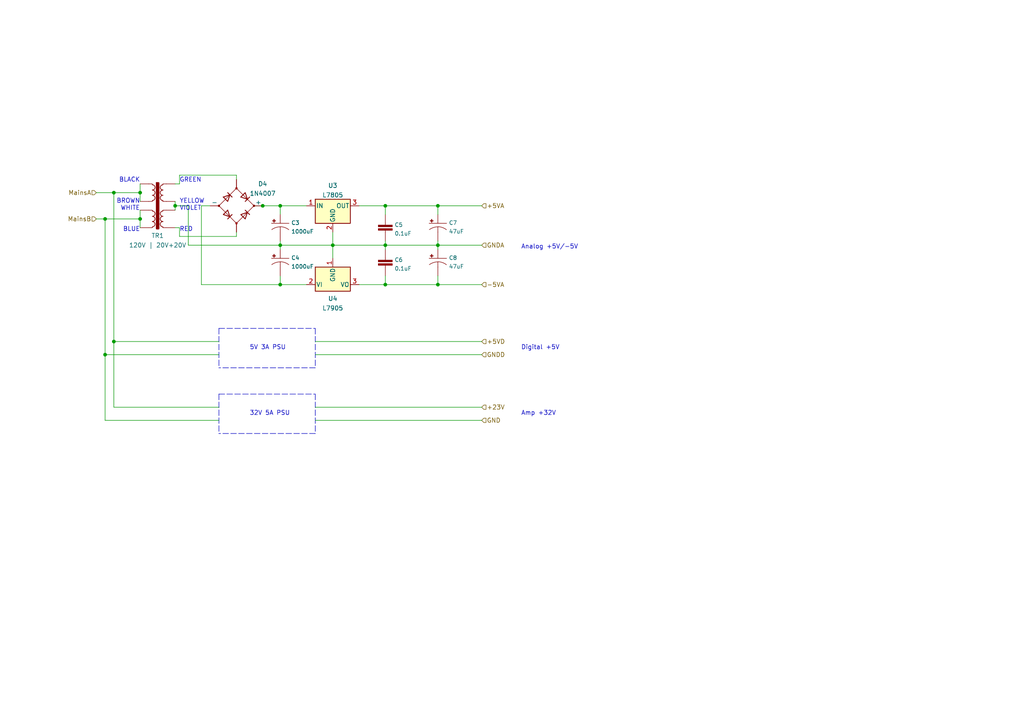
<source format=kicad_sch>
(kicad_sch (version 20211123) (generator eeschema)
  (paper "A4")
  (title_block (title "ModulAmp") (rev "1.0") (company "Paolo Marcucci"))
  (lib_symbols
    (symbol "0.1UF-0603-25V-5%_1" (pin_numbers hide) (pin_names (offset 1.016) hide)
      (property "Reference" "C" (at 1.524 2.921 0))
      (property "Value" "0.1UF-0603-25V-5%_1" (at 1.524 -2.159 0))
      (property "Field4" "CAP-08604" (at 0 7.62 0))
      (symbol "0.1UF-0603-25V-5%_1_1_0"
        (polyline (pts (xy 0 0) (xy 0 0.508)))
        (polyline (pts (xy 0 2.54) (xy 0 2.032)))
      )
      (symbol "0.1UF-0603-25V-5%_1_1_1"
        (rectangle (start -2.032 0.508) (end 2.032 1.016) (fill (type outline)))
        (rectangle (start -2.032 1.524) (end 2.032 2.032) (fill (type outline)))
        (pin passive line (at 0 5.08 270) (length 2.54) (name "1") (number "1"))
        (pin passive line (at 0 -2.54 90) (length 2.54) (name "2") (number "2"))
      )
    )
    (symbol "Device:D_Bridge_+-AA" (pin_numbers hide) (pin_names (offset 0))
      (property "Reference" "D" (at 2.54 6.985 0))
      (property "Value" "D_Bridge_+-AA" (at 2.54 5.08 0))
      (symbol "D_Bridge_+-AA_0_1"
        (circle (center -5.08 0) (radius 0.254) (fill (type outline)))
        (circle (center 0 -5.08) (radius 0.254) (fill (type outline)))
        (polyline (pts (xy -2.54 3.81) (xy -1.27 2.54)) (stroke (width 0.254)))
        (polyline (pts (xy -1.27 -2.54) (xy -2.54 -3.81)) (stroke (width 0.254)))
        (polyline (pts (xy 2.54 -1.27) (xy 3.81 -2.54)) (stroke (width 0.254)))
        (polyline (pts (xy 2.54 1.27) (xy 3.81 2.54)) (stroke (width 0.254)))
        (polyline (pts (xy -3.81 2.54) (xy -2.54 1.27) (xy -1.905 3.175) (xy -3.81 2.54)) (stroke (width 0.254)))
        (polyline (pts (xy -2.54 -1.27) (xy -3.81 -2.54) (xy -1.905 -3.175) (xy -2.54 -1.27)) (stroke (width 0.254)))
        (polyline (pts (xy 1.27 2.54) (xy 2.54 3.81) (xy 3.175 1.905) (xy 1.27 2.54)) (stroke (width 0.254)))
        (polyline (pts (xy 3.175 -1.905) (xy 1.27 -2.54) (xy 2.54 -3.81) (xy 3.175 -1.905)) (stroke (width 0.254)))
        (polyline (pts (xy -5.08 0) (xy 0 -5.08) (xy 5.08 0) (xy 0 5.08) (xy -5.08 0)))
        (circle (center 0 5.08) (radius 0.254) (fill (type outline)))
        (circle (center 5.08 0) (radius 0.254) (fill (type outline)))
      )
      (symbol "D_Bridge_+-AA_1_1"
        (pin passive line (at 7.62 0 180) (length 2.54) (name "+") (number "1"))
        (pin passive line (at -7.62 0 0) (length 2.54) (name "-") (number "2"))
        (pin passive line (at 0 7.62 270) (length 2.54) (name "~") (number "3"))
        (pin passive line (at 0 -7.62 90) (length 2.54) (name "~") (number "4"))
      )
    )
    (symbol "Regulator_Linear:L7805" (pin_names (offset 0.254))
      (property "Reference" "U" (at -3.81 3.175 0))
      (property "Value" "L7805" (at 0 3.175 0))
      (symbol "L7805_0_1"
        (rectangle (start -5.08 1.905) (end 5.08 -5.08) (stroke (width 0.254)) (fill (type background)))
      )
      (symbol "L7805_1_1"
        (pin power_in line (at -7.62 0 0) (length 2.54) (name "IN") (number "1"))
        (pin power_in line (at 0 -7.62 90) (length 2.54) (name "GND") (number "2"))
        (pin power_out line (at 7.62 0 180) (length 2.54) (name "OUT") (number "3"))
      )
    )
    (symbol "Regulator_Linear:L7905" (pin_names (offset 0.254))
      (property "Reference" "U" (at -3.81 -3.175 0))
      (property "Value" "L7905" (at 0 -3.175 0))
      (symbol "L7905_0_1"
        (rectangle (start -5.08 5.08) (end 5.08 -1.905) (stroke (width 0.254)) (fill (type background)))
      )
      (symbol "L7905_1_1"
        (pin power_in line (at 0 7.62 270) (length 2.54) (name "GND") (number "1"))
        (pin power_in line (at -7.62 0 0) (length 2.54) (name "VI") (number "2"))
        (pin power_out line (at 7.62 0 180) (length 2.54) (name "VO") (number "3"))
      )
    )
    (symbol "SparkFun-Capacitors:1000UF-RADIAL-5MM-35V-20%-KIT" (pin_numbers hide) (pin_names (offset 1.016) hide)
      (property "Reference" "C" (at 1.016 0.635 0))
      (property "Value" "1000UF-RADIAL-5MM-35V-20%-KIT" (at 1.016 -4.191 0))
      (property "Field4" "CAP-09538" (at 0 7.62 0))
      (symbol "1000UF-RADIAL-5MM-35V-20%-KIT_1_0"
        (polyline (pts (xy -2.54 0) (xy 2.54 0)))
        (polyline (pts (xy 0 -1.016) (xy 0 -2.54)))
      )
      (symbol "1000UF-RADIAL-5MM-35V-20%-KIT_1_1"
        (rectangle (start -2.2352 0.6604) (end -1.3462 0.7874) (fill (type outline)))
        (rectangle (start -1.8542 0.2794) (end -1.7272 1.1684) (fill (type outline)))
        (arc (start 0 -1.016) (mid -1.2956 -1.2294) (end -2.4638 -1.8288))
        (arc (start 2.4892 -1.8542) (mid 1.3164 -1.2156) (end 0 -0.9906))
        (pin passive line (at 0 2.54 270) (length 2.54) (name "+") (number "+"))
        (pin passive line (at 0 -5.08 90) (length 2.54) (name "-") (number "-"))
      )
    )
    (symbol "SparkFun-Capacitors:47UF-POLAR-PANASONIC_D-35V-20%" (pin_numbers hide) (pin_names (offset 1.016) hide)
      (property "Reference" "C" (at 1.016 0.635 0))
      (property "Value" "47UF-POLAR-PANASONIC_D-35V-20%" (at 1.016 -4.191 0))
      (property "Field4" "CAP-08478" (at 0 7.62 0))
      (symbol "47UF-POLAR-PANASONIC_D-35V-20%_1_0"
        (polyline (pts (xy -2.54 0) (xy 2.54 0)))
        (polyline (pts (xy 0 -1.016) (xy 0 -2.54)))
      )
      (symbol "47UF-POLAR-PANASONIC_D-35V-20%_1_1"
        (rectangle (start -2.2352 0.6604) (end -1.3462 0.7874) (fill (type outline)))
        (rectangle (start -1.8542 0.2794) (end -1.7272 1.1684) (fill (type outline)))
        (arc (start 0 -1.016) (mid -1.2956 -1.2294) (end -2.4638 -1.8288))
        (arc (start 2.4892 -1.8542) (mid 1.3164 -1.2156) (end 0 -0.9906))
        (pin passive line (at 0 2.54 270) (length 2.54) (name "+") (number "+"))
        (pin passive line (at 0 -5.08 90) (length 2.54) (name "-") (number "-"))
      )
    )
    (symbol "Transformer:TRANSF6" (pin_numbers hide) (pin_names (offset 0))
      (property "Reference" "TR" (at 0 10.16 0))
      (property "Value" "TRANSF6" (at 0 -7.62 0))
      (symbol "TRANSF6_0_1"
        (arc (start -1.524 -4.826) (mid -0.762 -4.064) (end -1.524 -3.302) (stroke (width 0.2032)))
        (arc (start -1.524 -3.302) (mid -0.762 -2.54) (end -1.524 -1.778) (stroke (width 0.2032)))
        (arc (start -1.524 -1.778) (mid -0.762 -1.016) (end -1.524 -0.254) (stroke (width 0.2032)))
        (arc (start -1.524 2.794) (mid -0.762 3.556) (end -1.524 4.318) (stroke (width 0.2032)))
        (arc (start -1.524 4.318) (mid -0.762 5.08) (end -1.524 5.842) (stroke (width 0.2032)))
        (arc (start -1.524 5.842) (mid -0.762 6.604) (end -1.524 7.366) (stroke (width 0.2032)))
        (rectangle (start -0.254 7.874) (end 0.254 -5.334) (stroke (width 0.508)) (fill (type outline)))
        (polyline (pts (xy 1.524 -4.826) (xy 1.524 -5.08) (xy 1.524 -5.08)) (fill (type outline)))
        (polyline (pts (xy 1.524 0) (xy 1.524 -0.254) (xy 1.524 -0.254)) (fill (type outline)))
        (polyline (pts (xy 1.524 0) (xy 2.54 0) (xy 2.54 0)))
        (polyline (pts (xy 1.524 2.54) (xy 1.524 2.794) (xy 1.524 2.794)) (fill (type outline)))
        (polyline (pts (xy 1.524 2.54) (xy 2.54 2.54) (xy 2.54 2.54)))
        (polyline (pts (xy 1.524 7.62) (xy 1.524 7.366) (xy 1.524 7.366)) (fill (type outline)))
        (polyline (pts (xy 1.524 7.62) (xy 2.54 7.62) (xy 2.54 7.62)))
        (polyline (pts (xy 2.54 -5.08) (xy 1.524 -5.08) (xy 1.524 -5.08)))
        (polyline (pts (xy -1.524 -4.826) (xy -1.524 -5.08) (xy -2.54 -5.08) (xy -2.54 -5.08)))
        (polyline (pts (xy -1.524 -0.254) (xy -1.524 0) (xy -2.54 0) (xy -2.54 0)))
        (polyline (pts (xy -1.524 2.794) (xy -1.524 2.54) (xy -2.54 2.54) (xy -2.54 2.54)))
        (polyline (pts (xy -1.524 7.366) (xy -1.524 7.62) (xy -2.54 7.62) (xy -2.54 7.62)))
        (arc (start 1.524 -3.302) (mid 0.762 -4.064) (end 1.524 -4.826) (stroke (width 0.2032)))
        (arc (start 1.524 -1.778) (mid 0.762 -2.54) (end 1.524 -3.302) (stroke (width 0.2032)))
        (arc (start 1.524 -0.254) (mid 0.762 -1.016) (end 1.524 -1.778) (stroke (width 0.2032)))
        (arc (start 1.524 4.318) (mid 0.762 3.556) (end 1.524 2.794) (stroke (width 0.2032)))
        (arc (start 1.524 5.842) (mid 0.762 5.08) (end 1.524 4.318) (stroke (width 0.2032)))
        (arc (start 1.524 7.366) (mid 0.762 6.604) (end 1.524 5.842) (stroke (width 0.2032)))
      )
      (symbol "TRANSF6_1_1"
        (pin passive line (at -5.08 7.62 0) (length 2.54) (name "~") (number "1"))
        (pin passive line (at -5.08 2.54 0) (length 2.54) (name "~") (number "2"))
        (pin passive line (at -5.08 0 0) (length 2.54) (name "~") (number "3"))
        (pin passive line (at -5.08 -5.08 0) (length 2.54) (name "~") (number "4"))
        (pin passive line (at 5.08 -5.08 180) (length 2.54) (name "~") (number "5"))
        (pin passive line (at 5.08 0 180) (length 2.54) (name "~") (number "6"))
        (pin passive line (at 5.08 2.54 180) (length 2.54) (name "~") (number "7"))
        (pin passive line (at 5.08 7.62 180) (length 2.54) (name "~") (number "8"))
      )
    )
  )
  (junction (at 96.52 71.12))
  (junction (at 81.28 59.69))
  (junction (at 33.02 55.88))
  (junction (at 111.76 59.69))
  (junction (at 33.02 99.06))
  (junction (at 30.48 102.87))
  (junction (at 127 59.69))
  (junction (at 40.64 63.5))
  (junction (at 30.48 63.5))
  (junction (at 81.28 82.55))
  (junction (at 127 71.12))
  (junction (at 50.8 59.69))
  (junction (at 81.28 71.12))
  (junction (at 76.2 59.69))
  (junction (at 127 82.55))
  (junction (at 111.76 71.12))
  (junction (at 40.64 55.88))
  (junction (at 111.76 82.55))
  (wire (pts (xy 127 71.12) (xy 139.7 71.12)))
  (wire (pts (xy 76.2 59.69) (xy 81.28 59.69)))
  (wire (pts (xy 88.9 82.55) (xy 81.28 82.55)))
  (wire (pts (xy 81.28 59.69) (xy 81.28 62.23)))
  (wire (pts (xy 127 69.85) (xy 127 71.12)))
  (wire (pts (xy 63.5 102.87) (xy 30.48 102.87)))
  (wire (pts (xy 33.02 99.06) (xy 33.02 118.11)))
  (wire (pts (xy 63.5 118.11) (xy 33.02 118.11)))
  (wire (pts (xy 27.94 55.88) (xy 33.02 55.88)))
  (wire (pts (xy 33.02 55.88) (xy 40.64 55.88)))
  (wire (pts (xy 111.76 59.69) (xy 111.76 62.23)))
  (wire (pts (xy 81.28 59.69) (xy 88.9 59.69)))
  (wire (pts (xy 60.96 59.69) (xy 58.42 59.69)))
  (wire (pts (xy 111.76 69.85) (xy 111.76 71.12)))
  (polyline (pts (xy 63.5 95.25) (xy 63.5 106.68)))
  (polyline (pts (xy 63.5 95.25) (xy 91.44 95.25)))
  (wire (pts (xy 111.76 71.12) (xy 111.76 72.39)))
  (wire (pts (xy 127 59.69) (xy 139.7 59.69)))
  (polyline (pts (xy 91.44 106.68) (xy 63.5 106.68)))
  (wire (pts (xy 68.58 67.31) (xy 68.58 68.58)))
  (wire (pts (xy 50.8 53.34) (xy 52.07 53.34)))
  (wire (pts (xy 40.64 53.34) (xy 40.64 55.88)))
  (wire (pts (xy 40.64 63.5) (xy 40.64 66.04)))
  (wire (pts (xy 127 80.01) (xy 127 82.55)))
  (polyline (pts (xy 63.5 114.3) (xy 63.5 125.73)))
  (wire (pts (xy 111.76 80.01) (xy 111.76 82.55)))
  (wire (pts (xy 81.28 71.12) (xy 81.28 72.39)))
  (wire (pts (xy 104.14 82.55) (xy 111.76 82.55)))
  (wire (pts (xy 63.5 99.06) (xy 33.02 99.06)))
  (wire (pts (xy 58.42 59.69) (xy 58.42 82.55)))
  (wire (pts (xy 91.44 121.92) (xy 139.7 121.92)))
  (polyline (pts (xy 91.44 114.3) (xy 91.44 125.73)))
  (wire (pts (xy 52.07 50.8) (xy 52.07 53.34)))
  (wire (pts (xy 68.58 50.8) (xy 52.07 50.8)))
  (wire (pts (xy 96.52 71.12) (xy 111.76 71.12)))
  (wire (pts (xy 63.5 121.92) (xy 30.48 121.92)))
  (wire (pts (xy 96.52 71.12) (xy 96.52 74.93)))
  (wire (pts (xy 68.58 68.58) (xy 52.07 68.58)))
  (wire (pts (xy 111.76 82.55) (xy 127 82.55)))
  (polyline (pts (xy 63.5 114.3) (xy 91.44 114.3)))
  (polyline (pts (xy 91.44 95.25) (xy 91.44 106.68)))
  (wire (pts (xy 81.28 80.01) (xy 81.28 82.55)))
  (wire (pts (xy 54.61 71.12) (xy 81.28 71.12)))
  (wire (pts (xy 73.66 59.69) (xy 76.2 59.69)))
  (wire (pts (xy 127 71.12) (xy 127 72.39)))
  (wire (pts (xy 91.44 118.11) (xy 139.7 118.11)))
  (wire (pts (xy 96.52 67.31) (xy 96.52 71.12)))
  (polyline (pts (xy 91.44 125.73) (xy 63.5 125.73)))
  (wire (pts (xy 111.76 59.69) (xy 127 59.69)))
  (wire (pts (xy 91.44 99.06) (xy 139.7 99.06)))
  (wire (pts (xy 81.28 82.55) (xy 58.42 82.55)))
  (wire (pts (xy 127 59.69) (xy 127 62.23)))
  (wire (pts (xy 27.94 63.5) (xy 30.48 63.5)))
  (wire (pts (xy 50.8 66.04) (xy 52.07 66.04)))
  (wire (pts (xy 81.28 71.12) (xy 96.52 71.12)))
  (wire (pts (xy 40.64 55.88) (xy 40.64 58.42)))
  (wire (pts (xy 30.48 63.5) (xy 40.64 63.5)))
  (wire (pts (xy 104.14 59.69) (xy 111.76 59.69)))
  (wire (pts (xy 68.58 52.07) (xy 68.58 50.8)))
  (wire (pts (xy 127 82.55) (xy 139.7 82.55)))
  (wire (pts (xy 111.76 71.12) (xy 127 71.12)))
  (wire (pts (xy 81.28 69.85) (xy 81.28 71.12)))
  (wire (pts (xy 40.64 60.96) (xy 40.64 63.5)))
  (wire (pts (xy 50.8 58.42) (xy 50.8 59.69)))
  (wire (pts (xy 30.48 102.87) (xy 30.48 121.92)))
  (wire (pts (xy 91.44 102.87) (xy 139.7 102.87)))
  (wire (pts (xy 50.8 59.69) (xy 50.8 60.96)))
  (wire (pts (xy 30.48 63.5) (xy 30.48 102.87)))
  (wire (pts (xy 52.07 68.58) (xy 52.07 66.04)))
  (wire (pts (xy 50.8 59.69) (xy 54.61 59.69)))
  (wire (pts (xy 54.61 59.69) (xy 54.61 71.12)))
  (wire (pts (xy 33.02 55.88) (xy 33.02 99.06)))
  (text "Digital +5V" (at 151.13 101.6 0) (effects (font (size 1.27 1.27)) (justify left bottom)))
  (text "Amp +32V" (at 151.13 120.65 0) (effects (font (size 1.27 1.27)) (justify left bottom)))
  (text "BLACK\n\n\nBROWN\nWHITE\n\n\nBLUE" (at 40.64 67.31 180) (effects (font (size 1.27 1.27)) (justify right bottom)))
  (text "5V 3A PSU" (at 72.39 101.6 0) (effects (font (size 1.27 1.27)) (justify left bottom)))
  (text "32V 5A PSU" (at 72.39 120.65 0) (effects (font (size 1.27 1.27)) (justify left bottom)))
  (text "GREEN\n\n\nYELLOW\nVIOLET\n\n\nRED" (at 52.07 67.31 0) (effects (font (size 1.27 1.27)) (justify left bottom)))
  (text "Analog +5V/-5V" (at 151.13 72.39 0) (effects (font (size 1.27 1.27)) (justify left bottom)))
  (hierarchical_label "+5VA" (shape input) (at 139.7 59.69 0))
  (hierarchical_label "GNDA" (shape input) (at 139.7 71.12 0))
  (hierarchical_label "MainsA" (shape input) (at 27.94 55.88 180))
  (hierarchical_label "+23V" (shape input) (at 139.7 118.11 0))
  (hierarchical_label "GNDD" (shape input) (at 139.7 102.87 0))
  (hierarchical_label "GND" (shape input) (at 139.7 121.92 0))
  (hierarchical_label "+5VD" (shape input) (at 139.7 99.06 0))
  (hierarchical_label "MainsB" (shape input) (at 27.94 63.5 180))
  (hierarchical_label "-5VA" (shape input) (at 139.7 82.55 0))
  (symbol (lib_id "Regulator_Linear:L7805") (at 96.52 59.69 0) (unit 1)
    (property "Reference" "U3" (at 96.52 53.8185 0))
    (property "Value" "L7805" (at 96.52 56.5936 0))
    (property "Datasheet" "http://www.st.com/content/ccc/resource/technical/document/datasheet/41/4f/b3/b0/12/d4/47/88/CD00000444.pdf/files/CD00000444.pdf/jcr:content/translations/en.CD00000444.pdf" (effects hide))
  )
  (symbol (lib_id "Regulator_Linear:L7905") (at 96.52 82.55 0) (unit 1)
    (property "Reference" "U4" (at 96.52 86.6045 0))
    (property "Value" "L7905" (at 96.52 89.3796 0))
    (property "Datasheet" "http://www.st.com/content/ccc/resource/technical/document/datasheet/c9/16/86/41/c7/2b/45/f2/CD00000450.pdf/files/CD00000450.pdf/jcr:content/translations/en.CD00000450.pdf" (effects hide))
  )
  (symbol (lib_id "Transformer:TRANSF6") (at 45.72 60.96 0) (unit 1)
    (property "Reference" "TR1" (at 45.72 68.3449 0))
    (property "Value" "120V | 20V+20V" (at 45.72 71.12 0))
  )
  (symbol (lib_id "SparkFun-Capacitors:47UF-POLAR-PANASONIC_D-35V-20%") (at 127 74.93 0) (unit 1)
    (property "Reference" "C8" (at 130.175 74.7855 0) (effects (font (size 1.143 1.143)) (justify left)))
    (property "Value" "47uF" (at 130.175 77.3083 0) (effects (font (size 1.143 1.143)) (justify left)))
    (property "Footprint" "PANASONIC_D" (effects hide))
    (property "Field4" "CAP-08478" (effects hide))
  )
  (symbol (lib_name "0.1UF-0603-25V-5%_1") (lib_id "SparkFun-Capacitors:0.1UF-0603-25V-5%") (at 111.76 67.31 0) (unit 1)
    (property "Reference" "C5" (at 114.427 65.2097 0) (effects (font (size 1.143 1.143)) (justify left)))
    (property "Value" "0.1uF" (at 114.427 67.7325 0) (effects (font (size 1.143 1.143)) (justify left)))
    (property "Footprint" "0603" (effects hide))
    (property "Field4" "CAP-08604" (effects hide))
  )
  (symbol (lib_id "SparkFun-Capacitors:47UF-POLAR-PANASONIC_D-35V-20%") (at 127 64.77 0) (unit 1)
    (property "Reference" "C7" (at 130.175 64.6255 0) (effects (font (size 1.143 1.143)) (justify left)))
    (property "Value" "47uF" (at 130.175 67.1483 0) (effects (font (size 1.143 1.143)) (justify left)))
    (property "Footprint" "PANASONIC_D" (effects hide))
    (property "Field4" "CAP-08478" (effects hide))
  )
  (symbol (lib_id "Device:D_Bridge_+-AA") (at 68.58 59.69 0) (unit 1)
    (property "Reference" "D4" (at 76.2 53.34 0))
    (property "Value" "1N4007" (at 76.2 56.1151 0))
  )
  (symbol (lib_id "SparkFun-Capacitors:1000UF-RADIAL-5MM-35V-20%-KIT") (at 81.28 64.77 0) (unit 1)
    (property "Reference" "C3" (at 84.455 64.6255 0) (effects (font (size 1.143 1.143)) (justify left)))
    (property "Value" "1000uF" (at 84.455 67.1483 0) (effects (font (size 1.143 1.143)) (justify left)))
    (property "Footprint" "CPOL-RADIAL-5MM-10MM-KIT" (effects hide))
    (property "Field4" "CAP-09538" (effects hide))
  )
  (symbol (lib_name "0.1UF-0603-25V-5%_1") (lib_id "SparkFun-Capacitors:0.1UF-0603-25V-5%") (at 111.76 77.47 0) (unit 1)
    (property "Reference" "C6" (at 114.427 75.3697 0) (effects (font (size 1.143 1.143)) (justify left)))
    (property "Value" "0.1uF" (at 114.427 77.8925 0) (effects (font (size 1.143 1.143)) (justify left)))
    (property "Footprint" "0603" (effects hide))
    (property "Field4" "CAP-08604" (effects hide))
  )
  (symbol (lib_id "SparkFun-Capacitors:1000UF-RADIAL-5MM-35V-20%-KIT") (at 81.28 74.93 0) (unit 1)
    (property "Reference" "C4" (at 84.455 74.7855 0) (effects (font (size 1.143 1.143)) (justify left)))
    (property "Value" "1000uF" (at 84.455 77.3083 0) (effects (font (size 1.143 1.143)) (justify left)))
    (property "Footprint" "CPOL-RADIAL-5MM-10MM-KIT" (effects hide))
    (property "Field4" "CAP-09538" (effects hide))
  )
)
</source>
